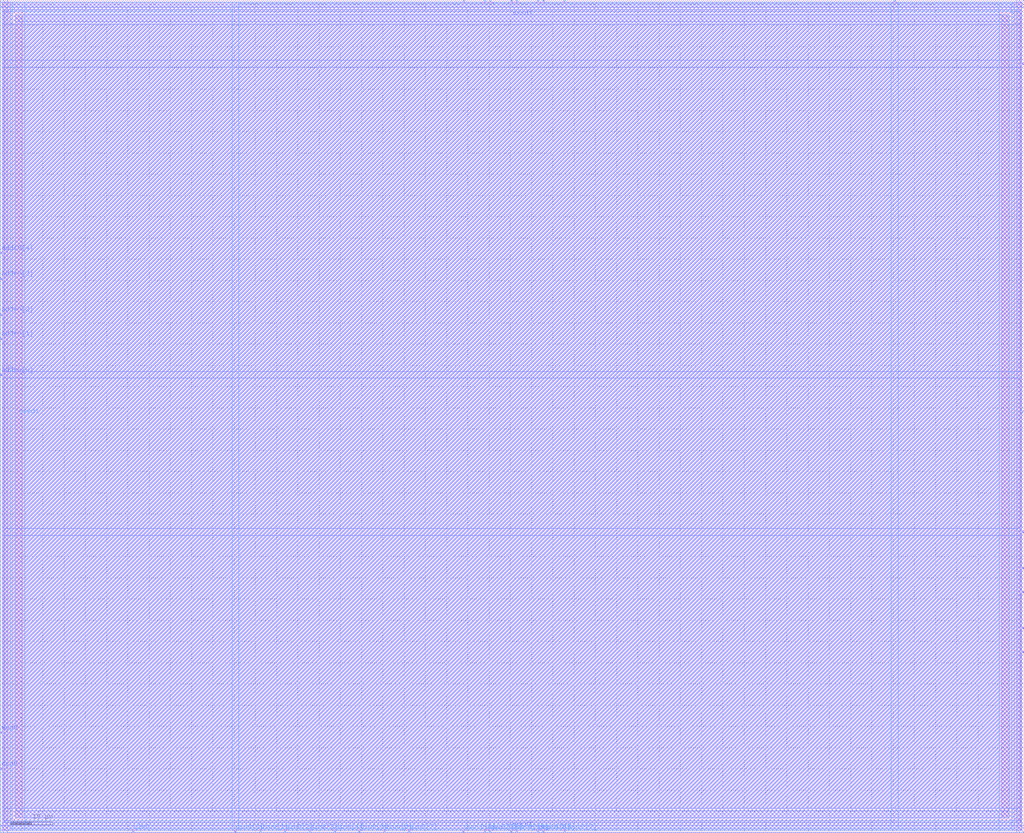
<source format=lef>
VERSION 5.4 ;
NAMESCASESENSITIVE ON ;
BUSBITCHARS "[]" ;
DIVIDERCHAR "/" ;
UNITS
  DATABASE MICRONS 1000 ;
END UNITS
MACRO sky130_sram_32byte_1rw1r_8x32_8
   CLASS BLOCK ;
   SIZE 240.84 BY 196.05 ;
   SYMMETRY X Y R90 ;
   PIN din0[0]
      DIRECTION INPUT ;
      PORT
         LAYER met4 ;
         RECT  55.14 0.0 55.52 0.38 ;
      END
   END din0[0]
   PIN din0[1]
      DIRECTION INPUT ;
      PORT
         LAYER met4 ;
         RECT  60.98 0.0 61.36 0.38 ;
      END
   END din0[1]
   PIN din0[2]
      DIRECTION INPUT ;
      PORT
         LAYER met4 ;
         RECT  66.82 0.0 67.2 0.38 ;
      END
   END din0[2]
   PIN din0[3]
      DIRECTION INPUT ;
      PORT
         LAYER met4 ;
         RECT  72.66 0.0 73.04 0.38 ;
      END
   END din0[3]
   PIN din0[4]
      DIRECTION INPUT ;
      PORT
         LAYER met4 ;
         RECT  78.5 0.0 78.88 0.38 ;
      END
   END din0[4]
   PIN din0[5]
      DIRECTION INPUT ;
      PORT
         LAYER met4 ;
         RECT  84.34 0.0 84.72 0.38 ;
      END
   END din0[5]
   PIN din0[6]
      DIRECTION INPUT ;
      PORT
         LAYER met4 ;
         RECT  90.18 0.0 90.56 0.38 ;
      END
   END din0[6]
   PIN din0[7]
      DIRECTION INPUT ;
      PORT
         LAYER met4 ;
         RECT  96.02 0.0 96.4 0.38 ;
      END
   END din0[7]
   PIN addr0[0]
      DIRECTION INPUT ;
      PORT
         LAYER met3 ;
         RECT  0.0 107.58 0.38 107.96 ;
      END
   END addr0[0]
   PIN addr0[1]
      DIRECTION INPUT ;
      PORT
         LAYER met3 ;
         RECT  0.0 116.08 0.38 116.46 ;
      END
   END addr0[1]
   PIN addr0[2]
      DIRECTION INPUT ;
      PORT
         LAYER met3 ;
         RECT  0.0 121.72 0.38 122.1 ;
      END
   END addr0[2]
   PIN addr0[3]
      DIRECTION INPUT ;
      PORT
         LAYER met3 ;
         RECT  0.0 130.22 0.38 130.6 ;
      END
   END addr0[3]
   PIN addr0[4]
      DIRECTION INPUT ;
      PORT
         LAYER met3 ;
         RECT  0.0 136.275 0.38 136.655 ;
      END
   END addr0[4]
   PIN addr1[0]
      DIRECTION INPUT ;
      PORT
         LAYER met3 ;
         RECT  240.46 70.61 240.84 70.99 ;
      END
   END addr1[0]
   PIN addr1[1]
      DIRECTION INPUT ;
      PORT
         LAYER met3 ;
         RECT  240.46 62.11 240.84 62.49 ;
      END
   END addr1[1]
   PIN addr1[2]
      DIRECTION INPUT ;
      PORT
         LAYER met3 ;
         RECT  240.46 56.47 240.84 56.85 ;
      END
   END addr1[2]
   PIN addr1[3]
      DIRECTION INPUT ;
      PORT
         LAYER met3 ;
         RECT  240.46 47.97 240.84 48.35 ;
      END
   END addr1[3]
   PIN addr1[4]
      DIRECTION INPUT ;
      PORT
         LAYER met3 ;
         RECT  240.46 42.33 240.84 42.71 ;
      END
   END addr1[4]
   PIN csb0
      DIRECTION INPUT ;
      PORT
         LAYER met3 ;
         RECT  0.0 14.87 0.38 15.25 ;
      END
   END csb0
   PIN csb1
      DIRECTION INPUT ;
      PORT
         LAYER met3 ;
         RECT  240.46 180.8 240.84 181.18 ;
      END
   END csb1
   PIN web0
      DIRECTION INPUT ;
      PORT
         LAYER met3 ;
         RECT  0.0 23.37 0.38 23.75 ;
      END
   END web0
   PIN clk0
      DIRECTION INPUT ;
      PORT
         LAYER met4 ;
         RECT  31.1 0.0 31.48 0.38 ;
      END
   END clk0
   PIN clk1
      DIRECTION INPUT ;
      PORT
         LAYER met4 ;
         RECT  210.2 195.67 210.58 196.05 ;
      END
   END clk1
   PIN dout0[0]
      DIRECTION OUTPUT ;
      PORT
         LAYER met4 ;
         RECT  108.805 0.0 109.185 0.38 ;
      END
   END dout0[0]
   PIN dout0[1]
      DIRECTION OUTPUT ;
      PORT
         LAYER met4 ;
         RECT  113.835 0.0 114.215 0.38 ;
      END
   END dout0[1]
   PIN dout0[2]
      DIRECTION OUTPUT ;
      PORT
         LAYER met4 ;
         RECT  115.045 0.0 115.425 0.38 ;
      END
   END dout0[2]
   PIN dout0[3]
      DIRECTION OUTPUT ;
      PORT
         LAYER met4 ;
         RECT  120.075 0.0 120.455 0.38 ;
      END
   END dout0[3]
   PIN dout0[4]
      DIRECTION OUTPUT ;
      PORT
         LAYER met4 ;
         RECT  121.285 0.0 121.665 0.38 ;
      END
   END dout0[4]
   PIN dout0[5]
      DIRECTION OUTPUT ;
      PORT
         LAYER met4 ;
         RECT  126.315 0.0 126.695 0.38 ;
      END
   END dout0[5]
   PIN dout0[6]
      DIRECTION OUTPUT ;
      PORT
         LAYER met4 ;
         RECT  127.525 0.0 127.905 0.38 ;
      END
   END dout0[6]
   PIN dout0[7]
      DIRECTION OUTPUT ;
      PORT
         LAYER met4 ;
         RECT  132.555 0.0 132.935 0.38 ;
      END
   END dout0[7]
   PIN dout1[0]
      DIRECTION OUTPUT ;
      PORT
         LAYER met4 ;
         RECT  108.865 195.67 109.245 196.05 ;
      END
   END dout1[0]
   PIN dout1[1]
      DIRECTION OUTPUT ;
      PORT
         LAYER met4 ;
         RECT  113.835 195.67 114.215 196.05 ;
      END
   END dout1[1]
   PIN dout1[2]
      DIRECTION OUTPUT ;
      PORT
         LAYER met4 ;
         RECT  115.105 195.67 115.485 196.05 ;
      END
   END dout1[2]
   PIN dout1[3]
      DIRECTION OUTPUT ;
      PORT
         LAYER met4 ;
         RECT  120.075 195.67 120.455 196.05 ;
      END
   END dout1[3]
   PIN dout1[4]
      DIRECTION OUTPUT ;
      PORT
         LAYER met4 ;
         RECT  121.345 195.67 121.725 196.05 ;
      END
   END dout1[4]
   PIN dout1[5]
      DIRECTION OUTPUT ;
      PORT
         LAYER met4 ;
         RECT  126.315 195.67 126.695 196.05 ;
      END
   END dout1[5]
   PIN dout1[6]
      DIRECTION OUTPUT ;
      PORT
         LAYER met4 ;
         RECT  127.585 195.67 127.965 196.05 ;
      END
   END dout1[6]
   PIN dout1[7]
      DIRECTION OUTPUT ;
      PORT
         LAYER met4 ;
         RECT  132.555 195.67 132.935 196.05 ;
      END
   END dout1[7]
   PIN vccd1
      DIRECTION INOUT ;
      USE POWER ; 
      SHAPE ABUTMENT ; 
      PORT
         LAYER met3 ;
         RECT  0.0 194.31 240.84 196.05 ;
         LAYER met4 ;
         RECT  0.0 0.0 1.74 196.05 ;
         LAYER met4 ;
         RECT  239.1 0.0 240.84 196.05 ;
         LAYER met3 ;
         RECT  0.0 0.0 240.84 1.74 ;
      END
   END vccd1
   PIN vssd1
      DIRECTION INOUT ;
      USE GROUND ; 
      SHAPE ABUTMENT ; 
      PORT
         LAYER met4 ;
         RECT  235.62 3.48 237.36 192.57 ;
         LAYER met4 ;
         RECT  3.48 3.48 5.22 192.57 ;
         LAYER met3 ;
         RECT  3.48 3.48 237.36 5.22 ;
         LAYER met3 ;
         RECT  3.48 190.83 237.36 192.57 ;
      END
   END vssd1
   OBS
   LAYER  met1 ;
      RECT  0.62 0.62 240.22 195.43 ;
   LAYER  met2 ;
      RECT  0.62 0.62 240.22 195.43 ;
   LAYER  met3 ;
      RECT  0.98 106.98 240.22 108.56 ;
      RECT  0.62 108.56 0.98 115.48 ;
      RECT  0.62 117.06 0.98 121.12 ;
      RECT  0.62 122.7 0.98 129.62 ;
      RECT  0.62 131.2 0.98 135.675 ;
      RECT  0.98 70.01 239.86 71.59 ;
      RECT  0.98 71.59 239.86 106.98 ;
      RECT  239.86 71.59 240.22 106.98 ;
      RECT  239.86 63.09 240.22 70.01 ;
      RECT  239.86 57.45 240.22 61.51 ;
      RECT  239.86 48.95 240.22 55.87 ;
      RECT  239.86 43.31 240.22 47.37 ;
      RECT  0.98 108.56 239.86 180.2 ;
      RECT  0.98 180.2 239.86 181.78 ;
      RECT  239.86 108.56 240.22 180.2 ;
      RECT  0.62 15.85 0.98 22.77 ;
      RECT  0.62 24.35 0.98 106.98 ;
      RECT  0.62 137.255 0.98 193.71 ;
      RECT  239.86 181.78 240.22 193.71 ;
      RECT  239.86 2.34 240.22 41.73 ;
      RECT  0.62 2.34 0.98 14.27 ;
      RECT  0.98 2.34 2.88 2.88 ;
      RECT  0.98 2.88 2.88 5.82 ;
      RECT  0.98 5.82 2.88 70.01 ;
      RECT  2.88 2.34 237.96 2.88 ;
      RECT  2.88 5.82 237.96 70.01 ;
      RECT  237.96 2.34 239.86 2.88 ;
      RECT  237.96 2.88 239.86 5.82 ;
      RECT  237.96 5.82 239.86 70.01 ;
      RECT  0.98 181.78 2.88 190.23 ;
      RECT  0.98 190.23 2.88 193.17 ;
      RECT  0.98 193.17 2.88 193.71 ;
      RECT  2.88 181.78 237.96 190.23 ;
      RECT  2.88 193.17 237.96 193.71 ;
      RECT  237.96 181.78 239.86 190.23 ;
      RECT  237.96 190.23 239.86 193.17 ;
      RECT  237.96 193.17 239.86 193.71 ;
   LAYER  met4 ;
      RECT  54.54 0.98 56.12 195.43 ;
      RECT  56.12 0.62 60.38 0.98 ;
      RECT  61.96 0.62 66.22 0.98 ;
      RECT  67.8 0.62 72.06 0.98 ;
      RECT  73.64 0.62 77.9 0.98 ;
      RECT  79.48 0.62 83.74 0.98 ;
      RECT  85.32 0.62 89.58 0.98 ;
      RECT  91.16 0.62 95.42 0.98 ;
      RECT  32.08 0.62 54.54 0.98 ;
      RECT  56.12 0.98 209.6 195.07 ;
      RECT  209.6 0.98 211.18 195.07 ;
      RECT  97.0 0.62 108.205 0.98 ;
      RECT  109.785 0.62 113.235 0.98 ;
      RECT  116.025 0.62 119.475 0.98 ;
      RECT  122.265 0.62 125.715 0.98 ;
      RECT  128.505 0.62 131.955 0.98 ;
      RECT  56.12 195.07 108.265 195.43 ;
      RECT  109.845 195.07 113.235 195.43 ;
      RECT  116.085 195.07 119.475 195.43 ;
      RECT  122.325 195.07 125.715 195.43 ;
      RECT  128.565 195.07 131.955 195.43 ;
      RECT  133.535 195.07 209.6 195.43 ;
      RECT  2.34 0.62 30.5 0.98 ;
      RECT  211.18 195.07 238.5 195.43 ;
      RECT  133.535 0.62 238.5 0.98 ;
      RECT  211.18 0.98 235.02 2.88 ;
      RECT  211.18 2.88 235.02 193.17 ;
      RECT  211.18 193.17 235.02 195.07 ;
      RECT  235.02 0.98 237.96 2.88 ;
      RECT  235.02 193.17 237.96 195.07 ;
      RECT  237.96 0.98 238.5 2.88 ;
      RECT  237.96 2.88 238.5 193.17 ;
      RECT  237.96 193.17 238.5 195.07 ;
      RECT  2.34 0.98 2.88 2.88 ;
      RECT  2.34 2.88 2.88 193.17 ;
      RECT  2.34 193.17 2.88 195.43 ;
      RECT  2.88 0.98 5.82 2.88 ;
      RECT  2.88 193.17 5.82 195.43 ;
      RECT  5.82 0.98 54.54 2.88 ;
      RECT  5.82 2.88 54.54 193.17 ;
      RECT  5.82 193.17 54.54 195.43 ;
   END
END    sky130_sram_32byte_1rw1r_8x32_8
END    LIBRARY

</source>
